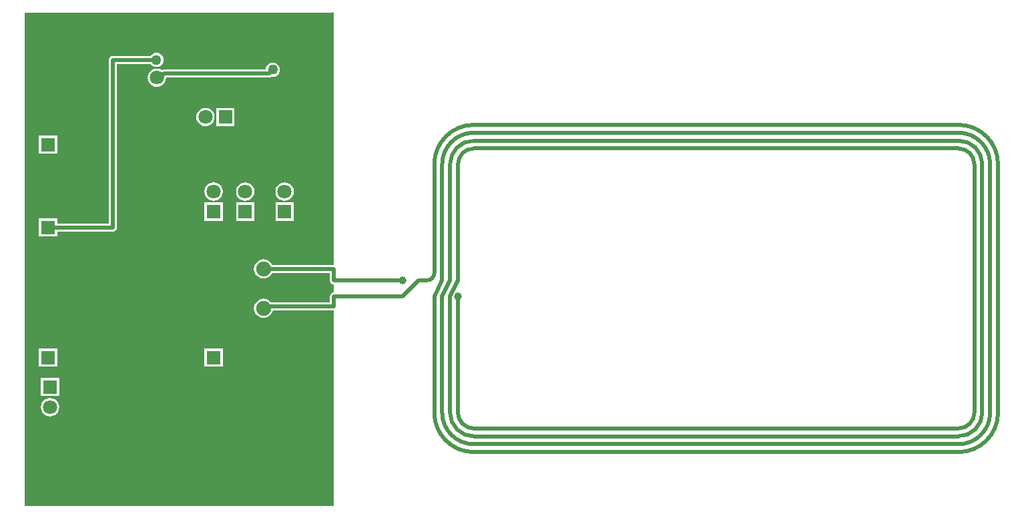
<source format=gbl>
%FSLAX43Y43*%
%MOMM*%
G71*
G01*
G75*
G04 Layer_Physical_Order=2*
G04 Layer_Color=16711680*
%ADD10C,0.500*%
%ADD11R,0.700X1.000*%
%ADD12R,0.700X0.600*%
%ADD13R,1.000X0.700*%
%ADD14R,0.600X0.700*%
%ADD15R,0.500X0.850*%
%ADD16R,2.950X1.450*%
%ADD17R,2.700X1.600*%
%ADD18R,1.450X2.950*%
%ADD19R,1.600X1.300*%
%ADD20R,1.600X2.000*%
%ADD21R,0.900X0.800*%
%ADD22R,1.400X1.000*%
%ADD23R,1.000X0.850*%
%ADD24R,1.800X1.800*%
%ADD25C,1.800*%
%ADD26R,1.800X1.800*%
%ADD27C,1.900*%
%ADD28C,1.000*%
%ADD29C,1.270*%
G36*
X85250Y90773D02*
Y58764D01*
X77420D01*
X77382Y58857D01*
X77189Y59109D01*
X76937Y59302D01*
X76644Y59423D01*
X76330Y59464D01*
X76016Y59423D01*
X75723Y59302D01*
X75471Y59109D01*
X75278Y58857D01*
X75157Y58564D01*
X75116Y58250D01*
X75157Y57936D01*
X75278Y57643D01*
X75471Y57391D01*
X75723Y57198D01*
X76016Y57077D01*
X76330Y57036D01*
X76644Y57077D01*
X76937Y57198D01*
X77189Y57391D01*
X77382Y57643D01*
X77420Y57736D01*
X84745D01*
Y56759D01*
X84784Y56562D01*
X84896Y56396D01*
X85062Y56284D01*
X85250Y56247D01*
Y55273D01*
X85053Y55234D01*
X84887Y55122D01*
X84775Y54956D01*
X84736Y54759D01*
Y54014D01*
X77261D01*
X77189Y54109D01*
X76937Y54302D01*
X76644Y54423D01*
X76330Y54464D01*
X76016Y54423D01*
X75723Y54302D01*
X75471Y54109D01*
X75278Y53857D01*
X75157Y53564D01*
X75116Y53250D01*
X75157Y52936D01*
X75278Y52643D01*
X75471Y52391D01*
X75723Y52198D01*
X76016Y52077D01*
X76330Y52036D01*
X76644Y52077D01*
X76937Y52198D01*
X77189Y52391D01*
X77382Y52643D01*
X77503Y52936D01*
X77510Y52986D01*
X85250D01*
Y28208D01*
X46000D01*
Y28458D01*
Y90708D01*
X85014D01*
X85123Y90824D01*
X85250Y90773D01*
D02*
G37*
%LPC*%
G36*
X71154Y66654D02*
X68846D01*
Y64346D01*
X71154D01*
Y66654D01*
D02*
G37*
G36*
X80154D02*
X77846D01*
Y64346D01*
X80154D01*
Y66654D01*
D02*
G37*
G36*
X75154D02*
X72846D01*
Y64346D01*
X75154D01*
Y66654D01*
D02*
G37*
G36*
X50404Y44404D02*
X48096D01*
Y42096D01*
X50404D01*
Y44404D01*
D02*
G37*
G36*
X49250Y41874D02*
X48949Y41834D01*
X48668Y41718D01*
X48427Y41533D01*
X48242Y41292D01*
X48126Y41011D01*
X48086Y40710D01*
X48126Y40409D01*
X48242Y40128D01*
X48427Y39887D01*
X48668Y39702D01*
X48949Y39586D01*
X49250Y39546D01*
X49551Y39586D01*
X49832Y39702D01*
X50073Y39887D01*
X50258Y40128D01*
X50374Y40409D01*
X50414Y40710D01*
X50374Y41011D01*
X50258Y41292D01*
X50073Y41533D01*
X49832Y41718D01*
X49551Y41834D01*
X49250Y41874D01*
D02*
G37*
G36*
X71154Y48154D02*
X68846D01*
Y45846D01*
X71154D01*
Y48154D01*
D02*
G37*
G36*
X50154D02*
X47846D01*
Y45846D01*
X50154D01*
Y48154D01*
D02*
G37*
G36*
X72654Y78654D02*
X70346D01*
Y76346D01*
X72654D01*
Y78654D01*
D02*
G37*
G36*
X68960Y78664D02*
X68659Y78624D01*
X68378Y78508D01*
X68137Y78323D01*
X67952Y78082D01*
X67836Y77801D01*
X67796Y77500D01*
X67836Y77199D01*
X67952Y76918D01*
X68137Y76677D01*
X68378Y76492D01*
X68659Y76376D01*
X68960Y76336D01*
X69261Y76376D01*
X69542Y76492D01*
X69783Y76677D01*
X69968Y76918D01*
X70084Y77199D01*
X70124Y77500D01*
X70084Y77801D01*
X69968Y78082D01*
X69783Y78323D01*
X69542Y78508D01*
X69261Y78624D01*
X68960Y78664D01*
D02*
G37*
G36*
X62750Y85647D02*
X62518Y85616D01*
X62302Y85527D01*
X62116Y85384D01*
X62024Y85264D01*
X57250D01*
X57053Y85225D01*
X56887Y85113D01*
X56775Y84947D01*
X56736Y84750D01*
Y64014D01*
X50154D01*
Y64654D01*
X47846D01*
Y62346D01*
X50154D01*
Y62986D01*
X57250D01*
X57447Y63025D01*
X57613Y63137D01*
X57725Y63303D01*
X57764Y63500D01*
Y84236D01*
X62024D01*
X62116Y84116D01*
X62302Y83973D01*
X62518Y83884D01*
X62750Y83853D01*
X62982Y83884D01*
X63198Y83973D01*
X63384Y84116D01*
X63527Y84302D01*
X63616Y84518D01*
X63647Y84750D01*
X63616Y84982D01*
X63527Y85198D01*
X63384Y85384D01*
X63198Y85527D01*
X62982Y85616D01*
X62750Y85647D01*
D02*
G37*
G36*
X77500Y84397D02*
X77268Y84366D01*
X77052Y84277D01*
X76866Y84134D01*
X76723Y83948D01*
X76634Y83732D01*
X76605Y83514D01*
X63750D01*
X63553Y83475D01*
X63480Y83425D01*
X63372Y83508D01*
X63091Y83624D01*
X62790Y83664D01*
X62489Y83624D01*
X62208Y83508D01*
X61967Y83323D01*
X61782Y83082D01*
X61666Y82801D01*
X61626Y82500D01*
X61666Y82199D01*
X61782Y81918D01*
X61967Y81677D01*
X62208Y81492D01*
X62489Y81376D01*
X62790Y81336D01*
X63091Y81376D01*
X63372Y81492D01*
X63613Y81677D01*
X63798Y81918D01*
X63914Y82199D01*
X63951Y82474D01*
X63963Y82486D01*
X77000D01*
X77197Y82525D01*
X77344Y82624D01*
X77500Y82603D01*
X77732Y82634D01*
X77948Y82723D01*
X78134Y82866D01*
X78277Y83052D01*
X78366Y83268D01*
X78397Y83500D01*
X78366Y83732D01*
X78277Y83948D01*
X78134Y84134D01*
X77948Y84277D01*
X77732Y84366D01*
X77500Y84397D01*
D02*
G37*
G36*
X74000Y69204D02*
X73699Y69164D01*
X73418Y69048D01*
X73177Y68863D01*
X72992Y68622D01*
X72876Y68341D01*
X72836Y68040D01*
X72876Y67739D01*
X72992Y67458D01*
X73177Y67217D01*
X73418Y67032D01*
X73699Y66916D01*
X74000Y66876D01*
X74301Y66916D01*
X74582Y67032D01*
X74823Y67217D01*
X75008Y67458D01*
X75124Y67739D01*
X75164Y68040D01*
X75124Y68341D01*
X75008Y68622D01*
X74823Y68863D01*
X74582Y69048D01*
X74301Y69164D01*
X74000Y69204D01*
D02*
G37*
G36*
X70000D02*
X69699Y69164D01*
X69418Y69048D01*
X69177Y68863D01*
X68992Y68622D01*
X68876Y68341D01*
X68836Y68040D01*
X68876Y67739D01*
X68992Y67458D01*
X69177Y67217D01*
X69418Y67032D01*
X69699Y66916D01*
X70000Y66876D01*
X70301Y66916D01*
X70582Y67032D01*
X70823Y67217D01*
X71008Y67458D01*
X71124Y67739D01*
X71164Y68040D01*
X71124Y68341D01*
X71008Y68622D01*
X70823Y68863D01*
X70582Y69048D01*
X70301Y69164D01*
X70000Y69204D01*
D02*
G37*
G36*
X50154Y75154D02*
X47846D01*
Y72846D01*
X50154D01*
Y75154D01*
D02*
G37*
G36*
X79000Y69204D02*
X78699Y69164D01*
X78418Y69048D01*
X78177Y68863D01*
X77992Y68622D01*
X77876Y68341D01*
X77836Y68040D01*
X77876Y67739D01*
X77992Y67458D01*
X78177Y67217D01*
X78418Y67032D01*
X78699Y66916D01*
X79000Y66876D01*
X79301Y66916D01*
X79582Y67032D01*
X79823Y67217D01*
X80008Y67458D01*
X80124Y67739D01*
X80164Y68040D01*
X80124Y68341D01*
X80008Y68622D01*
X79823Y68863D01*
X79582Y69048D01*
X79301Y69164D01*
X79000Y69204D01*
D02*
G37*
%LPD*%
D10*
X102987Y73509D02*
G03*
X100987Y71509I0J-2000D01*
G01*
Y40009D02*
G03*
X102987Y38009I2000J0D01*
G01*
X166487Y71509D02*
G03*
X164487Y73509I-2000J0D01*
G01*
Y38009D02*
G03*
X166487Y40009I0J2000D01*
G01*
X102987Y74509D02*
G03*
X99987Y71509I0J-3000D01*
G01*
X99987Y40009D02*
G03*
X102987Y37009I3000J0D01*
G01*
X167487Y71509D02*
G03*
X164487Y74509I-3000J0D01*
G01*
Y37009D02*
G03*
X167487Y40009I0J3000D01*
G01*
X102987Y75509D02*
G03*
X98987Y71509I0J-4000D01*
G01*
Y40009D02*
G03*
X102987Y36009I4000J0D01*
G01*
X168487Y71509D02*
G03*
X164487Y75509I-4000J0D01*
G01*
Y36009D02*
G03*
X168487Y40009I0J4000D01*
G01*
X102987Y76509D02*
G03*
X97987Y71509I0J-5000D01*
G01*
X97987Y40009D02*
G03*
X102987Y35009I5000J0D01*
G01*
X169487Y71509D02*
G03*
X164487Y76509I-5000J0D01*
G01*
X164487Y35009D02*
G03*
X169487Y40009I0J5000D01*
G01*
X97002Y56759D02*
G03*
X98002Y57759I0J1000D01*
G01*
X76330Y53500D02*
X85250D01*
Y54759D01*
X94002D01*
X85259Y56759D02*
Y58241D01*
X85250Y58250D02*
X85259Y58241D01*
X76330Y58250D02*
X85250D01*
X100987Y40009D02*
Y54611D01*
X97987Y57759D02*
Y71509D01*
X98987Y39964D02*
Y54759D01*
X99987Y40009D02*
Y54759D01*
X166487Y40009D02*
Y71509D01*
X102987Y73509D02*
X164487D01*
X100987Y56759D02*
Y71509D01*
X102987Y38009D02*
X164487D01*
X102987Y74509D02*
X164487D01*
X99987Y56759D02*
Y71509D01*
X102987Y37009D02*
X164487D01*
X167487Y40009D02*
Y71509D01*
X168487Y40009D02*
Y71509D01*
X98987Y56759D02*
Y71509D01*
X102987Y75509D02*
X164487D01*
X102987Y36009D02*
X164487D01*
X169487Y40009D02*
Y71509D01*
X97987Y40009D02*
Y54759D01*
X102987Y35009D02*
X164487D01*
X102987Y76509D02*
X164487D01*
X99987Y54759D02*
X100987Y56759D01*
X98987Y54759D02*
X99987Y56759D01*
X97987Y54759D02*
X98987Y56759D01*
X96002D02*
X97002D01*
X94002Y54759D02*
X96002Y56759D01*
X85259D02*
X94002D01*
X49000Y63500D02*
X57250D01*
Y84750D01*
X62750D01*
X63750Y83000D02*
X77000D01*
X77500Y83500D01*
X62750Y82000D02*
X63750Y83000D01*
D24*
X70000Y47000D02*
D03*
X79000Y65500D02*
D03*
X49000Y47000D02*
D03*
Y74000D02*
D03*
X49250Y43250D02*
D03*
X49000Y63500D02*
D03*
X74000Y65500D02*
D03*
X70000D02*
D03*
D25*
Y49540D02*
D03*
X62790Y82500D02*
D03*
X79000Y68040D02*
D03*
X49000Y49540D02*
D03*
Y71460D02*
D03*
X49250Y40710D02*
D03*
X49000Y60960D02*
D03*
X68960Y77500D02*
D03*
X74000Y68040D02*
D03*
X70000D02*
D03*
D26*
X60250Y82500D02*
D03*
X71500Y77500D02*
D03*
D27*
X76330Y58250D02*
D03*
Y53250D02*
D03*
D28*
X94002Y56759D02*
D03*
X100987Y54759D02*
D03*
D29*
X77500Y83500D02*
D03*
X62750Y84750D02*
D03*
M02*

</source>
